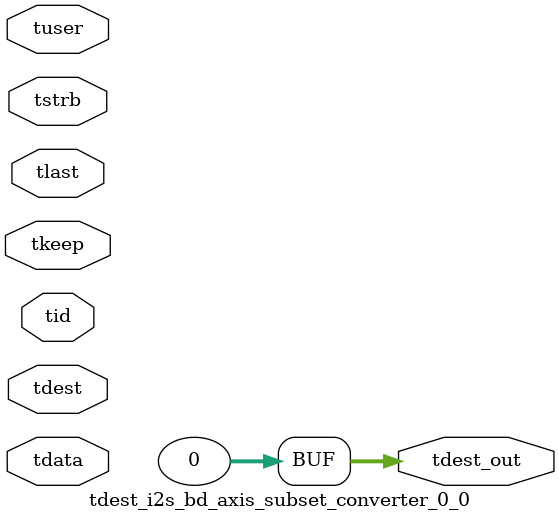
<source format=v>


`timescale 1ps/1ps

module tdest_i2s_bd_axis_subset_converter_0_0 #
(
parameter C_S_AXIS_TDATA_WIDTH = 32,
parameter C_S_AXIS_TUSER_WIDTH = 0,
parameter C_S_AXIS_TID_WIDTH   = 0,
parameter C_S_AXIS_TDEST_WIDTH = 0,
parameter C_M_AXIS_TDEST_WIDTH = 32
)
(
input  [(C_S_AXIS_TDATA_WIDTH == 0 ? 1 : C_S_AXIS_TDATA_WIDTH)-1:0     ] tdata,
input  [(C_S_AXIS_TUSER_WIDTH == 0 ? 1 : C_S_AXIS_TUSER_WIDTH)-1:0     ] tuser,
input  [(C_S_AXIS_TID_WIDTH   == 0 ? 1 : C_S_AXIS_TID_WIDTH)-1:0       ] tid,
input  [(C_S_AXIS_TDEST_WIDTH == 0 ? 1 : C_S_AXIS_TDEST_WIDTH)-1:0     ] tdest,
input  [(C_S_AXIS_TDATA_WIDTH/8)-1:0 ] tkeep,
input  [(C_S_AXIS_TDATA_WIDTH/8)-1:0 ] tstrb,
input                                                                    tlast,
output [C_M_AXIS_TDEST_WIDTH-1:0] tdest_out
);

assign tdest_out = {1'b0};

endmodule


</source>
